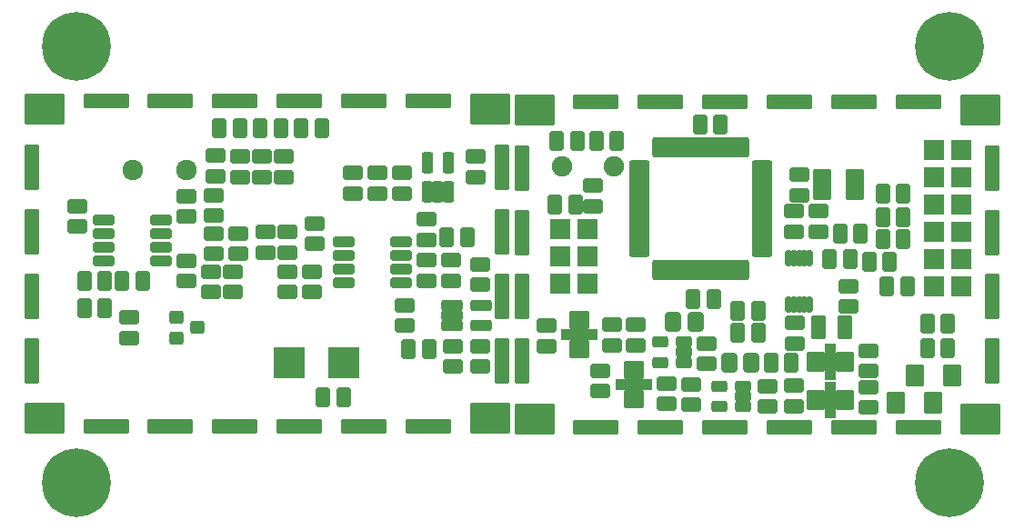
<source format=gbr>
G04 #@! TF.GenerationSoftware,KiCad,Pcbnew,(5.99.0-6591-gee6c8b60ac)*
G04 #@! TF.CreationDate,2020-11-25T07:49:09+01:00*
G04 #@! TF.ProjectId,SPACEDOS01A_PCB01B,53504143-4544-44f5-9330-31415f504342,REV*
G04 #@! TF.SameCoordinates,Original*
G04 #@! TF.FileFunction,Soldermask,Bot*
G04 #@! TF.FilePolarity,Negative*
%FSLAX46Y46*%
G04 Gerber Fmt 4.6, Leading zero omitted, Abs format (unit mm)*
G04 Created by KiCad (PCBNEW (5.99.0-6591-gee6c8b60ac)) date 2020-11-25 07:49:09*
%MOMM*%
%LPD*%
G01*
G04 APERTURE LIST*
G04 Aperture macros list*
%AMRoundRect*
0 Rectangle with rounded corners*
0 $1 Rounding radius*
0 $2 $3 $4 $5 $6 $7 $8 $9 X,Y pos of 4 corners*
0 Add a 4 corners polygon primitive as box body*
4,1,4,$2,$3,$4,$5,$6,$7,$8,$9,$2,$3,0*
0 Add four circle primitives for the rounded corners*
1,1,$1+$1,$2,$3,0*
1,1,$1+$1,$4,$5,0*
1,1,$1+$1,$6,$7,0*
1,1,$1+$1,$8,$9,0*
0 Add four rect primitives between the rounded corners*
20,1,$1+$1,$2,$3,$4,$5,0*
20,1,$1+$1,$4,$5,$6,$7,0*
20,1,$1+$1,$6,$7,$8,$9,0*
20,1,$1+$1,$8,$9,$2,$3,0*%
G04 Aperture macros list end*
%ADD10RoundRect,0.200000X0.750000X-0.650000X0.750000X0.650000X-0.750000X0.650000X-0.750000X-0.650000X0*%
%ADD11RoundRect,0.200000X1.500000X-0.350000X1.500000X0.350000X-1.500000X0.350000X-1.500000X-0.350000X0*%
%ADD12RoundRect,0.200000X0.650000X0.750000X-0.650000X0.750000X-0.650000X-0.750000X0.650000X-0.750000X0*%
%ADD13RoundRect,0.200000X0.350000X1.500000X-0.350000X1.500000X-0.350000X-1.500000X0.350000X-1.500000X0*%
%ADD14RoundRect,0.200000X0.125000X-0.550000X0.125000X0.550000X-0.125000X0.550000X-0.125000X-0.550000X0*%
%ADD15RoundRect,0.200000X-0.775000X-0.300000X0.775000X-0.300000X0.775000X0.300000X-0.775000X0.300000X0*%
%ADD16RoundRect,0.200000X-0.698500X0.444500X-0.698500X-0.444500X0.698500X-0.444500X0.698500X0.444500X0*%
%ADD17RoundRect,0.200000X0.698500X-0.444500X0.698500X0.444500X-0.698500X0.444500X-0.698500X-0.444500X0*%
%ADD18RoundRect,0.200000X0.444500X0.698500X-0.444500X0.698500X-0.444500X-0.698500X0.444500X-0.698500X0*%
%ADD19RoundRect,0.200000X-0.444500X-0.698500X0.444500X-0.698500X0.444500X0.698500X-0.444500X0.698500X0*%
%ADD20C,6.400000*%
%ADD21RoundRect,0.200000X0.762000X-0.762000X0.762000X0.762000X-0.762000X0.762000X-0.762000X-0.762000X0*%
%ADD22C,1.924000*%
%ADD23RoundRect,0.200000X-0.762000X-0.762000X0.762000X-0.762000X0.762000X0.762000X-0.762000X0.762000X0*%
%ADD24C,1.900000*%
%ADD25RoundRect,0.200000X1.275080X1.249680X-1.275080X1.249680X-1.275080X-1.249680X1.275080X-1.249680X0*%
%ADD26RoundRect,0.200000X0.325000X-0.780000X0.325000X0.780000X-0.325000X0.780000X-0.325000X-0.780000X0*%
%ADD27RoundRect,0.200000X-0.780000X-0.325000X0.780000X-0.325000X0.780000X0.325000X-0.780000X0.325000X0*%
%ADD28RoundRect,0.200000X-0.450000X-0.400000X0.450000X-0.400000X0.450000X0.400000X-0.450000X0.400000X0*%
%ADD29RoundRect,0.200000X-0.650000X-0.850000X0.650000X-0.850000X0.650000X0.850000X-0.650000X0.850000X0*%
%ADD30RoundRect,0.336957X0.438043X0.563043X-0.438043X0.563043X-0.438043X-0.563043X0.438043X-0.563043X0*%
%ADD31RoundRect,0.200000X0.530000X0.325000X-0.530000X0.325000X-0.530000X-0.325000X0.530000X-0.325000X0*%
%ADD32RoundRect,0.200000X-0.750000X-0.275000X0.750000X-0.275000X0.750000X0.275000X-0.750000X0.275000X0*%
%ADD33RoundRect,0.200000X-0.275000X0.750000X-0.275000X-0.750000X0.275000X-0.750000X0.275000X0.750000X0*%
%ADD34RoundRect,0.200000X-1.900000X-0.500000X1.900000X-0.500000X1.900000X0.500000X-1.900000X0.500000X0*%
%ADD35RoundRect,0.200000X-0.500000X-1.900000X0.500000X-1.900000X0.500000X1.900000X-0.500000X1.900000X0*%
%ADD36RoundRect,0.200000X-1.650000X-1.275000X1.650000X-1.275000X1.650000X1.275000X-1.650000X1.275000X0*%
%ADD37RoundRect,0.200000X0.635000X1.270000X-0.635000X1.270000X-0.635000X-1.270000X0.635000X-1.270000X0*%
%ADD38RoundRect,0.200000X0.500000X0.900000X-0.500000X0.900000X-0.500000X-0.900000X0.500000X-0.900000X0*%
G04 APERTURE END LIST*
D10*
X51943000Y20273000D03*
D11*
X51943000Y18923000D03*
D10*
X51943000Y17573000D03*
X57023000Y15574000D03*
D11*
X57023000Y14224000D03*
D10*
X57023000Y12874000D03*
D12*
X73961000Y16383000D03*
D13*
X75311000Y16383000D03*
D12*
X76661000Y16383000D03*
X73961000Y12827000D03*
D13*
X75311000Y12827000D03*
D12*
X76661000Y12827000D03*
D14*
X73390000Y26026000D03*
X72890000Y26026000D03*
X72390000Y26026000D03*
X71890000Y26026000D03*
X71390000Y26026000D03*
X71390000Y21726000D03*
X71890000Y21726000D03*
X72390000Y21726000D03*
X72890000Y21726000D03*
X73390000Y21726000D03*
D15*
X13020000Y25775000D03*
X13020000Y27045000D03*
X13020000Y28315000D03*
X13020000Y29585000D03*
X7620000Y29585000D03*
X7620000Y28315000D03*
X7620000Y27045000D03*
X7620000Y25775000D03*
X35372000Y23743000D03*
X35372000Y25013000D03*
X35372000Y26283000D03*
X35372000Y27553000D03*
X29972000Y27553000D03*
X29972000Y26283000D03*
X29972000Y25013000D03*
X29972000Y23743000D03*
D16*
X10066000Y18599500D03*
X10066000Y20504500D03*
D17*
X5240000Y30855000D03*
X5240000Y28950000D03*
D18*
X28100000Y13075000D03*
X30005000Y13075000D03*
X5875000Y23870000D03*
X7780000Y23870000D03*
D16*
X19718000Y22854000D03*
X19718000Y24759000D03*
D17*
X40038000Y25838500D03*
X40038000Y23933500D03*
X33180000Y33966500D03*
X33180000Y32061500D03*
D16*
X40165000Y15932500D03*
X40165000Y17837500D03*
D18*
X9367500Y23870000D03*
X11272500Y23870000D03*
D16*
X17686000Y22854000D03*
X17686000Y24759000D03*
D17*
X37752000Y25838500D03*
X37752000Y23933500D03*
X35466000Y33966500D03*
X35466000Y32061500D03*
D16*
X42705000Y15932500D03*
X42705000Y17837500D03*
D17*
X20226000Y28315000D03*
X20226000Y26410000D03*
D16*
X22766000Y26537000D03*
X22766000Y28442000D03*
D17*
X27338000Y29267500D03*
X27338000Y27362500D03*
X27084000Y24759000D03*
X27084000Y22854000D03*
X37752000Y29648500D03*
X37752000Y27743500D03*
D16*
X35720000Y19742500D03*
X35720000Y21647500D03*
D17*
X30894000Y33966500D03*
X30894000Y32061500D03*
D18*
X36037500Y17520000D03*
X37942500Y17520000D03*
X5875000Y21330000D03*
X7780000Y21330000D03*
D16*
X15400000Y29902500D03*
X15400000Y31807500D03*
D17*
X17940000Y31871000D03*
X17940000Y29966000D03*
X17940000Y28315000D03*
X17940000Y26410000D03*
X24798000Y28442000D03*
X24798000Y26537000D03*
X24798000Y24759000D03*
X24798000Y22854000D03*
X42705000Y25457500D03*
X42705000Y23552500D03*
D19*
X41498500Y27934000D03*
X39593500Y27934000D03*
D16*
X15400000Y23870000D03*
X15400000Y25775000D03*
D17*
X42324000Y35490500D03*
X42324000Y33585500D03*
D16*
X20320000Y33591500D03*
X20320000Y35496500D03*
D17*
X72009000Y20002500D03*
X72009000Y18097500D03*
D19*
X68580000Y19050000D03*
X66675000Y19050000D03*
X68580000Y21082000D03*
X66675000Y21082000D03*
X71691500Y16256000D03*
X69786500Y16256000D03*
D16*
X24384000Y33591500D03*
X24384000Y35496500D03*
X78867000Y12128500D03*
X78867000Y14033500D03*
D19*
X86233000Y17653000D03*
X84328000Y17653000D03*
D17*
X78867000Y17399000D03*
X78867000Y15494000D03*
D19*
X86233000Y19939000D03*
X84328000Y19939000D03*
D17*
X54991000Y19812000D03*
X54991000Y17907000D03*
X62357000Y14287500D03*
X62357000Y12382500D03*
X57150000Y19812000D03*
X57150000Y17907000D03*
X60071000Y14351000D03*
X60071000Y12446000D03*
D16*
X63754000Y16192500D03*
X63754000Y18097500D03*
D17*
X71882000Y30416500D03*
X71882000Y28511500D03*
X74168000Y30416500D03*
X74168000Y28511500D03*
D19*
X82486500Y23368000D03*
X80581500Y23368000D03*
D16*
X72390000Y31877000D03*
X72390000Y33782000D03*
D19*
X82105500Y27813000D03*
X80200500Y27813000D03*
D16*
X53848000Y13652500D03*
X53848000Y15557500D03*
D19*
X78105000Y28321000D03*
X76200000Y28321000D03*
X51562000Y30988000D03*
X49657000Y30988000D03*
X80835500Y25654000D03*
X78930500Y25654000D03*
X82105500Y29845000D03*
X80200500Y29845000D03*
X51752500Y36957000D03*
X49847500Y36957000D03*
D18*
X53530500Y36957000D03*
X55435500Y36957000D03*
D17*
X53213000Y32766000D03*
X53213000Y30861000D03*
D18*
X62547500Y22225000D03*
X64452500Y22225000D03*
D19*
X65087500Y38481000D03*
X63182500Y38481000D03*
X82105500Y32004000D03*
X80200500Y32004000D03*
D16*
X76962000Y21526500D03*
X76962000Y23431500D03*
D19*
X77152500Y25908000D03*
X75247500Y25908000D03*
D16*
X22352000Y33591500D03*
X22352000Y35496500D03*
X18034000Y33655000D03*
X18034000Y35560000D03*
X69469000Y12192000D03*
X69469000Y14097000D03*
X71882000Y12255500D03*
X71882000Y14160500D03*
X48895000Y17843500D03*
X48895000Y19748500D03*
D19*
X27940000Y38100000D03*
X26035000Y38100000D03*
X24130000Y38100000D03*
X22225000Y38100000D03*
X20320000Y38100000D03*
X18415000Y38100000D03*
D20*
X86360000Y45720000D03*
X5080000Y45720000D03*
X5080000Y5080000D03*
D21*
X84963000Y25908000D03*
X87503000Y25908000D03*
X84963000Y28448000D03*
X87503000Y28448000D03*
X84963000Y23368000D03*
X87503000Y23368000D03*
D22*
X15360000Y34190000D03*
X10360000Y34190000D03*
D23*
X84963000Y36068000D03*
X87503000Y36068000D03*
X84963000Y33528000D03*
X87503000Y33528000D03*
X84963000Y30988000D03*
X87503000Y30988000D03*
D20*
X86360000Y5080000D03*
D24*
X50292000Y34544000D03*
X55172000Y34544000D03*
D25*
X29989760Y16250000D03*
X24940240Y16250000D03*
D26*
X39718000Y32172000D03*
X38768000Y32172000D03*
X37818000Y32172000D03*
X37818000Y34872000D03*
X39718000Y34872000D03*
D27*
X40085000Y19745000D03*
X40085000Y20695000D03*
X40085000Y21645000D03*
X42785000Y21645000D03*
X42785000Y19745000D03*
D28*
X14416000Y18602000D03*
X14416000Y20502000D03*
X16416000Y19552000D03*
D29*
X81407000Y12573000D03*
X84907000Y12573000D03*
X83185000Y15113000D03*
X86685000Y15113000D03*
D30*
X67945000Y16256000D03*
X65895000Y16256000D03*
X62747000Y20066000D03*
X60697000Y20066000D03*
D31*
X67183000Y14097000D03*
X67183000Y13147000D03*
X67183000Y12197000D03*
X64983000Y12197000D03*
X64983000Y14097000D03*
X61679000Y18222000D03*
X61679000Y17272000D03*
X61679000Y16322000D03*
X59479000Y16322000D03*
X59479000Y18222000D03*
D32*
X57550000Y26640000D03*
X57550000Y27440000D03*
X57550000Y28240000D03*
X57550000Y29040000D03*
X57550000Y29840000D03*
X57550000Y30640000D03*
X57550000Y31440000D03*
X57550000Y32240000D03*
X57550000Y33040000D03*
X57550000Y33840000D03*
X57550000Y34640000D03*
D33*
X59250000Y36340000D03*
X60050000Y36340000D03*
X60850000Y36340000D03*
X61650000Y36340000D03*
X62450000Y36340000D03*
X63250000Y36340000D03*
X64050000Y36340000D03*
X64850000Y36340000D03*
X65650000Y36340000D03*
X66450000Y36340000D03*
X67250000Y36340000D03*
D32*
X68950000Y34640000D03*
X68950000Y33840000D03*
X68950000Y33040000D03*
X68950000Y32240000D03*
X68950000Y31440000D03*
X68950000Y30640000D03*
X68950000Y29840000D03*
X68950000Y29040000D03*
X68950000Y28240000D03*
X68950000Y27440000D03*
X68950000Y26640000D03*
D33*
X67250000Y24940000D03*
X66450000Y24940000D03*
X65650000Y24940000D03*
X64850000Y24940000D03*
X64050000Y24940000D03*
X63250000Y24940000D03*
X62450000Y24940000D03*
X61650000Y24940000D03*
X60850000Y24940000D03*
X60050000Y24940000D03*
X59250000Y24940000D03*
D34*
X77501000Y10279000D03*
X71501000Y40579000D03*
X65501000Y40579000D03*
D35*
X46601000Y34429000D03*
D34*
X53501000Y40579000D03*
X53501000Y10279000D03*
X77501000Y40579000D03*
X83501000Y40579000D03*
D35*
X90401000Y34429000D03*
D36*
X89251000Y39804000D03*
D34*
X83501000Y10279000D03*
X59501000Y40579000D03*
D35*
X46601000Y28429000D03*
D34*
X65501000Y10279000D03*
D35*
X90401000Y28429000D03*
X46601000Y22429000D03*
X90401000Y22429000D03*
X90401000Y16429000D03*
X46601000Y16429000D03*
D34*
X59501000Y10279000D03*
D36*
X47751000Y11054000D03*
X89251000Y11054000D03*
D34*
X71501000Y10279000D03*
D36*
X47751000Y39804000D03*
D23*
X50165000Y23622000D03*
X52705000Y23622000D03*
X50165000Y26162000D03*
X52705000Y26162000D03*
X50165000Y28702000D03*
X52705000Y28702000D03*
D37*
X77597000Y32893000D03*
X74549000Y32893000D03*
D38*
X74168000Y19558000D03*
X76668000Y19558000D03*
D34*
X25874000Y10340000D03*
X7874000Y10340000D03*
X37874000Y40640000D03*
D36*
X43624000Y11115000D03*
D35*
X974000Y16490000D03*
X44774000Y22490000D03*
D34*
X19874000Y10340000D03*
X7874000Y40640000D03*
D35*
X44774000Y16490000D03*
D34*
X31874000Y10340000D03*
D35*
X44774000Y34490000D03*
D34*
X19874000Y40640000D03*
X13874000Y10340000D03*
D36*
X2124000Y39865000D03*
D35*
X974000Y22490000D03*
X974000Y28490000D03*
D34*
X13874000Y40640000D03*
D35*
X44774000Y28490000D03*
D36*
X43624000Y39865000D03*
D34*
X37874000Y10340000D03*
X31874000Y40640000D03*
D35*
X974000Y34490000D03*
D36*
X2124000Y11115000D03*
D34*
X25874000Y40640000D03*
M02*

</source>
